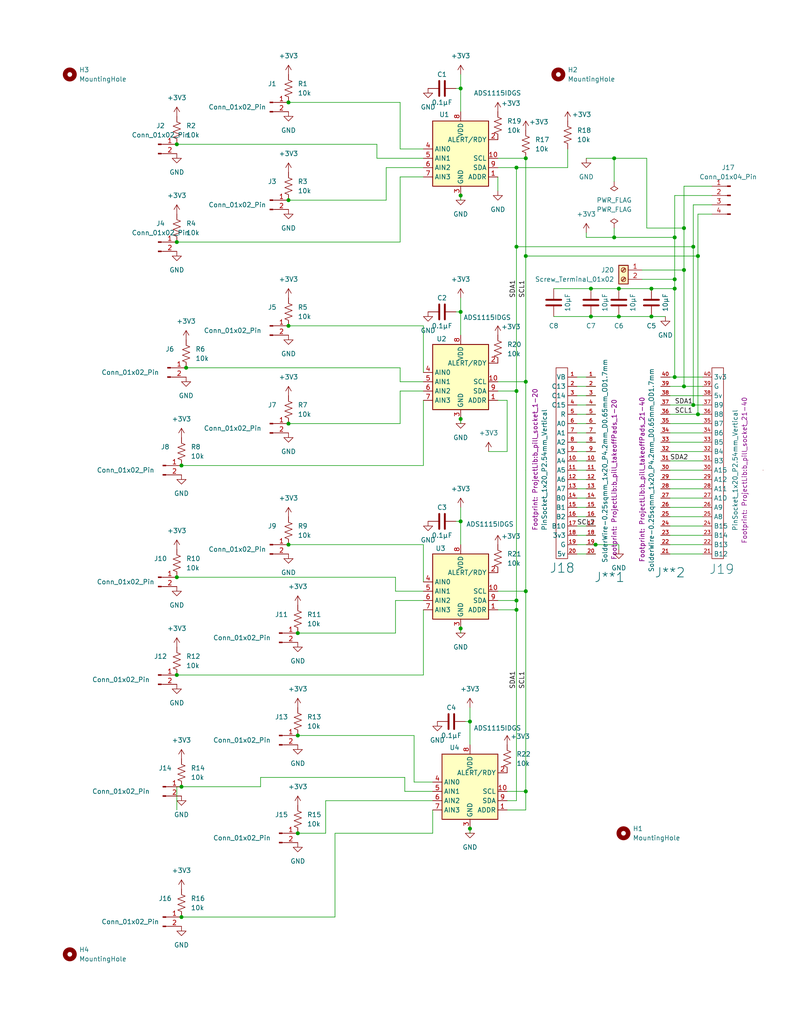
<source format=kicad_sch>
(kicad_sch (version 20231120) (generator "eeschema") (generator_version "8.0")
  (paper "A" portrait)
  (title_block (title "ADCs for 10K thermistors") (date "2023-08-29") (rev "v0.1.0"))
  (lib_symbols
    (symbol "+3V3_1" (power) (pin_numbers hide) (pin_names (offset 0) hide)
      (property "Value" "+3V3" (at 0 3.556 0))
      (symbol "+3V3_1_1_1"
        (pin power_in line (at 0 0 90) (length 0) (name "~") (number "1"))
      )
    )
    (symbol "C_1" (pin_numbers hide) (pin_names (offset 0.254))
      (property "Reference" "C" (at 0.635 2.54 0))
      (property "Value" "C" (at 0.635 -2.54 0))
      (symbol "C_1_1_1"
        (pin passive line (at 0 3.81 270) (length 2.794) (name "~") (number "1"))
        (pin passive line (at 0 -3.81 90) (length 2.794) (name "~") (number "2"))
      )
    )
    (symbol "C_2" (pin_numbers hide) (pin_names (offset 0.254))
      (property "Reference" "C" (at 0.635 2.54 0))
      (property "Value" "C" (at 0.635 -2.54 0))
      (symbol "C_2_1_1"
        (pin passive line (at 0 3.81 270) (length 2.794) (name "~") (number "1"))
        (pin passive line (at 0 -3.81 90) (length 2.794) (name "~") (number "2"))
      )
    )
    (symbol "C_3" (pin_numbers hide) (pin_names (offset 0.254))
      (property "Reference" "C" (at 0.635 2.54 0))
      (property "Value" "C" (at 0.635 -2.54 0))
      (symbol "C_3_1_1"
        (pin passive line (at 0 3.81 270) (length 2.794) (name "~") (number "1"))
        (pin passive line (at 0 -3.81 90) (length 2.794) (name "~") (number "2"))
      )
    )
    (symbol "C_4" (pin_numbers hide) (pin_names (offset 0.254))
      (property "Reference" "C" (at 0.635 2.54 0))
      (property "Value" "C" (at 0.635 -2.54 0))
      (symbol "C_4_1_1"
        (pin passive line (at 0 3.81 270) (length 2.794) (name "~") (number "1"))
        (pin passive line (at 0 -3.81 90) (length 2.794) (name "~") (number "2"))
      )
    )
    (symbol "ProjectLib:ADS1115IDGS"
      (property "Reference" "U" (at 2.54 13.97 0))
      (property "Value" "ADS1115IDGS" (at 7.62 11.43 0))
      (symbol "ADS1115IDGS_1_1"
        (pin input line (at 10.16 -5.08 180) (length 2.54) (name "ADDR") (number "1"))
        (pin input line (at 10.16 0 180) (length 2.54) (name "SCL") (number "10"))
        (pin output line (at 10.16 5.08 180) (length 2.54) (name "ALERT/RDY") (number "2"))
        (pin power_in line (at 0 -10.16 90) (length 2.54) (name "GND") (number "3"))
        (pin input line (at -10.16 2.54 0) (length 2.54) (name "AIN0") (number "4"))
        (pin input line (at -10.16 0 0) (length 2.54) (name "AIN1") (number "5"))
        (pin input line (at -10.16 -2.54 0) (length 2.54) (name "AIN2") (number "6"))
        (pin input line (at -10.16 -5.08 0) (length 2.54) (name "AIN3") (number "7"))
        (pin power_in line (at 0 12.7 270) (length 2.54) (name "VDD") (number "8"))
        (pin bidirectional line (at 10.16 -2.54 180) (length 2.54) (name "SDA") (number "9"))
      )
    )
    (symbol "ProjectLib:C" (pin_numbers hide) (pin_names (offset 0.254))
      (property "Reference" "C" (at 0.635 2.54 0))
      (property "Value" "C" (at 0.635 -2.54 0))
      (symbol "C_1_1"
        (pin passive line (at 0 3.81 270) (length 2.794) (name "~") (number "1"))
        (pin passive line (at 0 -3.81 90) (length 2.794) (name "~") (number "2"))
      )
    )
    (symbol "ProjectLib:Conn_01x02_Pin" (pin_names (offset 1.016) hide)
      (property "Reference" "J" (at 0 2.54 0))
      (property "Value" "Conn_01x02_Pin" (at 0 -5.08 0))
      (symbol "Conn_01x02_Pin_1_1"
        (pin passive line (at 5.08 0 180) (length 3.81) (name "Pin_1") (number "1"))
        (pin passive line (at 5.08 -2.54 180) (length 3.81) (name "Pin_2") (number "2"))
      )
    )
    (symbol "ProjectLib:Conn_01x04_Pin" (pin_names (offset 1.016) hide)
      (property "Reference" "J" (at 0 5.08 0))
      (property "Value" "Conn_01x04_Pin" (at 0 -7.62 0))
      (symbol "Conn_01x04_Pin_1_1"
        (pin passive line (at 5.08 2.54 180) (length 3.81) (name "Pin_1") (number "1"))
        (pin passive line (at 5.08 0 180) (length 3.81) (name "Pin_2") (number "2"))
        (pin passive line (at 5.08 -2.54 180) (length 3.81) (name "Pin_3") (number "3"))
        (pin passive line (at 5.08 -5.08 180) (length 3.81) (name "Pin_4") (number "4"))
      )
    )
    (symbol "ProjectLib:MountingHole" (pin_names (offset 1.016))
      (property "Reference" "H" (at 0 5.08 0))
      (property "Value" "MountingHole" (at 0 3.175 0))
    )
    (symbol "ProjectLib:R_US" (pin_numbers hide) (pin_names (offset 0))
      (property "Reference" "R" (at 2.54 0 90))
      (property "Value" "R_US" (at -2.54 0 90))
      (symbol "R_US_1_1"
        (pin passive line (at 0 3.81 270) (length 1.27) (name "~") (number "1"))
        (pin passive line (at 0 -3.81 90) (length 1.27) (name "~") (number "2"))
      )
    )
    (symbol "ProjectLib:Screw_Terminal_01x02" (pin_names (offset 1.016) hide)
      (property "Reference" "J" (at 0 2.54 0))
      (property "Value" "Screw_Terminal_01x02" (at 0 -5.08 0))
      (symbol "Screw_Terminal_01x02_1_1"
        (pin passive line (at -5.08 0 0) (length 3.81) (name "Pin_1") (number "1"))
        (pin passive line (at -5.08 -2.54 0) (length 3.81) (name "Pin_2") (number "2"))
      )
    )
    (symbol "ProjectLib:b_pill_1-20"
      (property "Reference" "J" (at -3.24 -27 0))
      (property "Value" "PinSocket_1x20_P2.54mm_Vertical" (at -8.24 0 90))
      (property "Footprint" "PG:b_pill_socket_1-20" (at -11.24 0 90) (show_name))
      (symbol "b_pill_1-20_1_1"
        (pin free line (at 0 25.4 180) (length 2.54) (name "VB") (number "1"))
        (pin free line (at 0 2.54 180) (length 2.54) (name "A4") (number "10"))
        (pin free line (at 0 0 180) (length 2.54) (name "A5") (number "11"))
        (pin free line (at 0 -2.54 180) (length 2.54) (name "A6") (number "12"))
        (pin free line (at 0 -5.08 180) (length 2.54) (name "A7") (number "13"))
        (pin free line (at 0 -7.62 180) (length 2.54) (name "B0") (number "14"))
        (pin free line (at 0 -10.16 180) (length 2.54) (name "B1") (number "15"))
        (pin free line (at 0 -12.7 180) (length 2.54) (name "B2") (number "16"))
        (pin free line (at 0 -15.24 180) (length 2.54) (name "B10") (number "17"))
        (pin free line (at 0 -17.78 180) (length 2.54) (name "3v3") (number "18"))
        (pin free line (at 0 -20.32 180) (length 2.54) (name "G") (number "19"))
        (pin free line (at 0 22.86 180) (length 2.54) (name "C13") (number "2"))
        (pin free line (at 0 -22.86 180) (length 2.54) (name "5v") (number "20"))
        (pin free line (at 0 20.32 180) (length 2.54) (name "C14") (number "3"))
        (pin free line (at 0 17.78 180) (length 2.54) (name "C15") (number "4"))
        (pin free line (at 0 15.24 180) (length 2.54) (name "R") (number "5"))
        (pin free line (at 0 12.7 180) (length 2.54) (name "A0") (number "6"))
        (pin free line (at 0 10.16 180) (length 2.54) (name "A1") (number "7"))
        (pin free line (at 0 7.62 180) (length 2.54) (name "A2") (number "8"))
        (pin free line (at 0 5.08 180) (length 2.54) (name "A3") (number "9"))
      )
    )
    (symbol "ProjectLib:b_pill_21-40"
      (property "Reference" "J" (at 10 -27 0))
      (property "Value" "PinSocket_1x20_P2.54mm_Vertical" (at 6.35 0 90))
      (property "Footprint" "PG:b_pill_socket_21-40" (at 2.54 0 90) (show_name))
      (symbol "b_pill_21-40_1_1"
        (pin free line (at 15.24 -22.86 180) (length 2.54) (name "B12") (number "21"))
        (pin free line (at 15.24 -20.32 180) (length 2.54) (name "B13") (number "22"))
        (pin free line (at 15.24 -17.78 180) (length 2.54) (name "B14") (number "23"))
        (pin free line (at 15.24 -15.24 180) (length 2.54) (name "B15") (number "24"))
        (pin free line (at 15.24 -12.7 180) (length 2.54) (name "A8") (number "25"))
        (pin free line (at 15.24 -10.16 180) (length 2.54) (name "A9") (number "26"))
        (pin free line (at 15.24 -7.62 180) (length 2.54) (name "A10") (number "27"))
        (pin free line (at 15.24 -5.08 180) (length 2.54) (name "A11") (number "28"))
        (pin free line (at 15.24 -2.54 180) (length 2.54) (name "A12") (number "29"))
        (pin free line (at 15.24 0 180) (length 2.54) (name "A15") (number "30"))
        (pin free line (at 15.24 2.54 180) (length 2.54) (name "B3") (number "31"))
        (pin free line (at 15.24 5.08 180) (length 2.54) (name "B4") (number "32"))
        (pin free line (at 15.24 7.62 180) (length 2.54) (name "B5") (number "33"))
        (pin free line (at 15.24 10.16 180) (length 2.54) (name "B6") (number "34"))
        (pin free line (at 15.24 12.7 180) (length 2.54) (name "B7") (number "35"))
        (pin passive line (at 15.24 15.24 180) (length 2.54) (name "B8") (number "36"))
        (pin passive line (at 15.24 17.78 180) (length 2.54) (name "B9") (number "37"))
        (pin free line (at 15.24 20.32 180) (length 2.54) (name "5v") (number "38"))
        (pin power_in line (at 15.24 22.86 180) (length 2.54) (name "G") (number "39"))
        (pin power_in line (at 15.24 25.4 180) (length 2.54) (name "3v3") (number "40"))
      )
    )
    (symbol "ProjectLib:b_pill_takeoff_1-20"
      (property "Reference" "J**" (at 0 -27.94 0))
      (property "Value" "SolderWire-0.25sqmm_1x20_P4.2mm_D0.65mm_OD1.7mm" (at 2.54 2.54 90))
      (property "Footprint" "PG:b_pill_takeoffPads_1-20" (at 5.08 0 90) (show_name))
      (symbol "b_pill_takeoff_1-20_1_1"
        (pin free line (at -2.54 25.4 0) (length 2.54) (name "") (number "1"))
        (pin free line (at -2.54 2.54 0) (length 2.54) (name "") (number "10"))
        (pin free line (at -2.54 0 0) (length 2.54) (name "") (number "11"))
        (pin free line (at -2.54 -2.54 0) (length 2.54) (name "") (number "12"))
        (pin free line (at -2.54 -5.08 0) (length 2.54) (name "") (number "13"))
        (pin free line (at -2.54 -7.62 0) (length 2.54) (name "") (number "14"))
        (pin free line (at -2.54 -10.16 0) (length 2.54) (name "") (number "15"))
        (pin free line (at -2.54 -12.7 0) (length 2.54) (name "") (number "16"))
        (pin free line (at -2.54 -15.24 0) (length 2.54) (name "") (number "17"))
        (pin free line (at -2.54 -17.78 0) (length 2.54) (name "") (number "18"))
        (pin free line (at -2.54 -20.32 0) (length 2.54) (name "") (number "19"))
        (pin free line (at -2.54 22.86 0) (length 2.54) (name "") (number "2"))
        (pin free line (at -2.54 -22.86 0) (length 2.54) (name "") (number "20"))
        (pin free line (at -2.54 20.32 0) (length 2.54) (name "") (number "3"))
        (pin free line (at -2.54 17.78 0) (length 2.54) (name "") (number "4"))
        (pin free line (at -2.54 15.24 0) (length 2.54) (name "") (number "5"))
        (pin free line (at -2.54 12.7 0) (length 2.54) (name "") (number "6"))
        (pin free line (at -2.54 10.16 0) (length 2.54) (name "") (number "7"))
        (pin free line (at -2.54 7.62 0) (length 2.54) (name "") (number "8"))
        (pin free line (at -2.54 5.08 0) (length 2.54) (name "") (number "9"))
      )
    )
    (symbol "ProjectLib:b_pill_takeoff_21-40"
      (property "Reference" "J**" (at 15.24 -27.94 0))
      (property "Value" "SolderWire-0.25sqmm_1x20_P4.2mm_D0.65mm_OD1.7mm" (at 10.16 0 90))
      (property "Footprint" "PG:b_pill_takeoffPads_21-40" (at 7.62 -2.54 90) (show_name))
      (symbol "b_pill_takeoff_21-40_1_1"
        (pin free line (at 15.24 -22.86 180) (length 2.54) (name "") (number "21"))
        (pin free line (at 15.24 -20.32 180) (length 2.54) (name "") (number "22"))
        (pin free line (at 15.24 -17.78 180) (length 2.54) (name "") (number "23"))
        (pin free line (at 15.24 -15.24 180) (length 2.54) (name "") (number "24"))
        (pin free line (at 15.24 -12.7 180) (length 2.54) (name "") (number "25"))
        (pin free line (at 15.24 -10.16 180) (length 2.54) (name "") (number "26"))
        (pin free line (at 15.24 -7.62 180) (length 2.54) (name "") (number "27"))
        (pin free line (at 15.24 -5.08 180) (length 2.54) (name "") (number "28"))
        (pin free line (at 15.24 -2.54 180) (length 2.54) (name "") (number "29"))
        (pin free line (at 15.24 0 180) (length 2.54) (name "") (number "30"))
        (pin free line (at 15.24 2.54 180) (length 2.54) (name "") (number "31"))
        (pin free line (at 15.24 5.08 180) (length 2.54) (name "") (number "32"))
        (pin free line (at 15.24 7.62 180) (length 2.54) (name "") (number "33"))
        (pin free line (at 15.24 10.16 180) (length 2.54) (name "") (number "34"))
        (pin free line (at 15.24 12.7 180) (length 2.54) (name "") (number "35"))
        (pin passive line (at 15.24 15.24 180) (length 2.54) (name "") (number "36"))
        (pin passive line (at 15.24 17.78 180) (length 2.54) (name "") (number "37"))
        (pin free line (at 15.24 20.32 180) (length 2.54) (name "") (number "38"))
        (pin power_in line (at 15.24 22.86 180) (length 2.54) (name "") (number "39"))
        (pin power_in line (at 15.24 25.4 180) (length 2.54) (name "") (number "40"))
      )
    )
    (symbol "power:+3V3" (power) (pin_names (offset 0))
      (property "Value" "+3V3" (at 0 3.556 0))
      (symbol "+3V3_1_1"
        (pin power_in line (at 0 0 90) (length 0) hide (name "+3V3") (number "1"))
      )
    )
    (symbol "power:GND" (power) (pin_names (offset 0))
      (property "Value" "GND" (at 0 -3.81 0))
      (symbol "GND_1_1"
        (pin power_in line (at 0 0 270) (length 0) hide (name "GND") (number "1"))
      )
    )
    (symbol "power:PWR_FLAG" (power) (pin_numbers hide) (pin_names (offset 0) hide)
      (property "Value" "PWR_FLAG" (at 0 3.81 0))
      (symbol "PWR_FLAG_0_0"
        (pin power_out line (at 0 0 90) (length 0) (name "pwr") (number "1"))
      )
    )
  )
  (junction (at 50.8 100.33))
  (junction (at 168.91 86.36))
  (junction (at 143.51 215.9))
  (junction (at 49.53 127))
  (junction (at 81.28 200.66))
  (junction (at 189.23 67.31))
  (junction (at 78.74 88.9))
  (junction (at 184.15 102.87))
  (junction (at 186.69 73.66))
  (junction (at 140.97 166.37))
  (junction (at 140.97 45.72))
  (junction (at 128.27 196.85))
  (junction (at 48.26 66.04))
  (junction (at 161.29 86.36))
  (junction (at 140.97 67.31))
  (junction (at 125.73 171.45))
  (junction (at 125.73 142.24))
  (junction (at 177.8 78.74))
  (junction (at 143.51 104.14))
  (junction (at 184.15 64.77))
  (junction (at 125.73 114.3))
  (junction (at 190.5 69.85))
  (junction (at 177.8 86.36))
  (junction (at 140.97 163.83))
  (junction (at 125.73 24.13))
  (junction (at 81.28 172.72))
  (junction (at 128.27 226.06))
  (junction (at 78.74 115.57))
  (junction (at 186.69 105.41))
  (junction (at 143.51 43.18))
  (junction (at 143.51 69.85))
  (junction (at 184.15 76.2))
  (junction (at 168.91 78.74))
  (junction (at 190.5 113.03))
  (junction (at 143.51 161.29))
  (junction (at 78.74 54.61))
  (junction (at 78.74 148.59))
  (junction (at 49.53 214.63))
  (junction (at 125.73 53.34))
  (junction (at 81.28 227.33))
  (junction (at 167.64 64.77))
  (junction (at 48.26 184.15))
  (junction (at 162.56 148.59))
  (junction (at 125.73 85.09))
  (junction (at 189.23 110.49))
  (junction (at 184.15 78.74))
  (junction (at 49.53 250.19))
  (junction (at 78.74 27.94))
  (junction (at 161.29 78.74))
  (junction (at 48.26 157.48))
  (junction (at 48.26 39.37))
  (junction (at 167.64 43.18))
  (junction (at 140.97 106.68))
  (junction (at 186.69 62.23))
  (wire (pts (xy 157.48 148.59) (xy 162.56 148.59)))
  (wire (pts (xy 182.88 102.87) (xy 184.15 102.87)))
  (wire (pts (xy 91.44 227.33) (xy 118.11 227.33)))
  (wire (pts (xy 125.73 138.43) (xy 125.73 142.24)))
  (wire (pts (xy 176.53 62.23) (xy 186.69 62.23)))
  (wire (pts (xy 102.87 43.18) (xy 115.57 43.18)))
  (wire (pts (xy 157.48 130.81) (xy 162.56 130.81)))
  (wire (pts (xy 115.57 184.15) (xy 115.57 166.37)))
  (wire (pts (xy 71.12 214.63) (xy 71.12 212.09)))
  (wire (pts (xy 177.8 78.74) (xy 184.15 78.74)))
  (wire (pts (xy 88.9 227.33) (xy 88.9 218.44)))
  (wire (pts (xy 189.23 55.88) (xy 194.31 55.88)))
  (wire (pts (xy 125.73 24.13) (xy 124.46 24.13)))
  (wire (pts (xy 182.88 138.43) (xy 191.77 138.43)))
  (wire (pts (xy 48.26 214.63) (xy 48.26 220.98)))
  (wire (pts (xy 140.97 163.83) (xy 135.89 163.83)))
  (wire (pts (xy 160.02 43.18) (xy 167.64 43.18)))
  (wire (pts (xy 157.48 138.43) (xy 162.56 138.43)))
  (wire (pts (xy 125.73 20.32) (xy 125.73 24.13)))
  (wire (pts (xy 125.73 24.13) (xy 125.73 30.48)))
  (wire (pts (xy 143.51 69.85) (xy 190.5 69.85)))
  (wire (pts (xy 135.89 45.72) (xy 140.97 45.72)))
  (wire (pts (xy 48.26 184.15) (xy 115.57 184.15)))
  (wire (pts (xy 182.88 148.59) (xy 191.77 148.59)))
  (wire (pts (xy 168.91 148.59) (xy 168.91 149.86)))
  (wire (pts (xy 157.48 128.27) (xy 162.56 128.27)))
  (wire (pts (xy 184.15 53.34) (xy 194.31 53.34)))
  (wire (pts (xy 140.97 166.37) (xy 140.97 218.44)))
  (wire (pts (xy 109.22 48.26) (xy 115.57 48.26)))
  (wire (pts (xy 125.73 115.57) (xy 125.73 114.3)))
  (wire (pts (xy 143.51 104.14) (xy 143.51 161.29)))
  (wire (pts (xy 184.15 76.2) (xy 184.15 64.77)))
  (wire (pts (xy 162.56 148.59) (xy 168.91 148.59)))
  (wire (pts (xy 48.26 39.37) (xy 102.87 39.37)))
  (wire (pts (xy 78.74 54.61) (xy 105.41 54.61)))
  (wire (pts (xy 184.15 76.2) (xy 184.15 78.74)))
  (wire (pts (xy 157.48 133.35) (xy 162.56 133.35)))
  (wire (pts (xy 157.48 146.05) (xy 162.56 146.05)))
  (wire (pts (xy 125.73 172.72) (xy 125.73 171.45)))
  (wire (pts (xy 78.74 115.57) (xy 109.22 115.57)))
  (wire (pts (xy 157.48 123.19) (xy 162.56 123.19)))
  (wire (pts (xy 48.26 66.04) (xy 109.22 66.04)))
  (wire (pts (xy 102.87 43.18) (xy 102.87 39.37)))
  (wire (pts (xy 186.69 73.66) (xy 186.69 62.23)))
  (wire (pts (xy 186.69 105.41) (xy 191.77 105.41)))
  (wire (pts (xy 125.73 142.24) (xy 125.73 148.59)))
  (wire (pts (xy 135.89 109.22) (xy 138.43 109.22)))
  (wire (pts (xy 184.15 53.34) (xy 184.15 64.77)))
  (wire (pts (xy 105.41 54.61) (xy 105.41 45.72)))
  (wire (pts (xy 49.53 250.19) (xy 91.44 250.19)))
  (wire (pts (xy 167.64 43.18) (xy 167.64 49.53)))
  (wire (pts (xy 133.35 123.19) (xy 138.43 123.19)))
  (wire (pts (xy 157.48 143.51) (xy 162.56 143.51)))
  (wire (pts (xy 48.26 214.63) (xy 49.53 214.63)))
  (wire (pts (xy 140.97 218.44) (xy 138.43 218.44)))
  (wire (pts (xy 151.13 86.36) (xy 161.29 86.36)))
  (wire (pts (xy 177.8 86.36) (xy 181.61 86.36)))
  (wire (pts (xy 143.51 215.9) (xy 143.51 220.98)))
  (wire (pts (xy 190.5 58.42) (xy 194.31 58.42)))
  (wire (pts (xy 140.97 106.68) (xy 140.97 163.83)))
  (wire (pts (xy 182.88 151.13) (xy 191.77 151.13)))
  (wire (pts (xy 109.22 40.64) (xy 115.57 40.64)))
  (wire (pts (xy 107.95 157.48) (xy 107.95 161.29)))
  (wire (pts (xy 143.51 161.29) (xy 135.89 161.29)))
  (wire (pts (xy 91.44 250.19) (xy 91.44 227.33)))
  (wire (pts (xy 109.22 106.68) (xy 115.57 106.68)))
  (wire (pts (xy 182.88 130.81) (xy 191.77 130.81)))
  (wire (pts (xy 157.48 102.87) (xy 162.56 102.87)))
  (wire (pts (xy 143.51 43.18) (xy 143.51 69.85)))
  (wire (pts (xy 182.88 105.41) (xy 186.69 105.41)))
  (wire (pts (xy 151.13 78.74) (xy 161.29 78.74)))
  (wire (pts (xy 154.94 40.64) (xy 154.94 45.72)))
  (wire (pts (xy 182.88 123.19) (xy 191.77 123.19)))
  (wire (pts (xy 71.12 212.09) (xy 110.49 212.09)))
  (wire (pts (xy 182.88 135.89) (xy 191.77 135.89)))
  (wire (pts (xy 190.5 113.03) (xy 191.77 113.03)))
  (wire (pts (xy 182.88 125.73) (xy 191.77 125.73)))
  (wire (pts (xy 157.48 107.95) (xy 162.56 107.95)))
  (wire (pts (xy 182.88 107.95) (xy 191.77 107.95)))
  (wire (pts (xy 105.41 45.72) (xy 115.57 45.72)))
  (wire (pts (xy 118.11 213.36) (xy 113.03 213.36)))
  (wire (pts (xy 135.89 43.18) (xy 143.51 43.18)))
  (wire (pts (xy 140.97 106.68) (xy 135.89 106.68)))
  (wire (pts (xy 115.57 109.22) (xy 115.57 127)))
  (wire (pts (xy 157.48 118.11) (xy 162.56 118.11)))
  (wire (pts (xy 140.97 45.72) (xy 140.97 67.31)))
  (wire (pts (xy 81.28 200.66) (xy 113.03 200.66)))
  (wire (pts (xy 186.69 50.8) (xy 194.31 50.8)))
  (wire (pts (xy 182.88 113.03) (xy 190.5 113.03)))
  (wire (pts (xy 160.02 63.5) (xy 160.02 64.77)))
  (wire (pts (xy 175.26 73.66) (xy 186.69 73.66)))
  (wire (pts (xy 78.74 148.59) (xy 115.57 148.59)))
  (wire (pts (xy 140.97 67.31) (xy 140.97 106.68)))
  (wire (pts (xy 135.89 166.37) (xy 140.97 166.37)))
  (wire (pts (xy 189.23 110.49) (xy 182.88 110.49)))
  (wire (pts (xy 182.88 133.35) (xy 191.77 133.35)))
  (wire (pts (xy 49.53 127) (xy 115.57 127)))
  (wire (pts (xy 157.48 110.49) (xy 162.56 110.49)))
  (wire (pts (xy 125.73 85.09) (xy 124.46 85.09)))
  (wire (pts (xy 161.29 78.74) (xy 168.91 78.74)))
  (wire (pts (xy 157.48 140.97) (xy 162.56 140.97)))
  (wire (pts (xy 125.73 85.09) (xy 125.73 91.44)))
  (wire (pts (xy 128.27 193.04) (xy 128.27 196.85)))
  (wire (pts (xy 189.23 67.31) (xy 189.23 110.49)))
  (wire (pts (xy 182.88 146.05) (xy 191.77 146.05)))
  (wire (pts (xy 110.49 212.09) (xy 110.49 215.9)))
  (wire (pts (xy 157.48 105.41) (xy 162.56 105.41)))
  (wire (pts (xy 125.73 81.28) (xy 125.73 85.09)))
  (wire (pts (xy 115.57 148.59) (xy 115.57 158.75)))
  (wire (pts (xy 113.03 213.36) (xy 113.03 200.66)))
  (wire (pts (xy 161.29 86.36) (xy 168.91 86.36)))
  (wire (pts (xy 190.5 58.42) (xy 190.5 69.85)))
  (wire (pts (xy 184.15 78.74) (xy 184.15 102.87)))
  (wire (pts (xy 88.9 218.44) (xy 118.11 218.44)))
  (wire (pts (xy 157.48 120.65) (xy 162.56 120.65)))
  (wire (pts (xy 109.22 100.33) (xy 109.22 104.14)))
  (wire (pts (xy 128.27 227.33) (xy 128.27 226.06)))
  (wire (pts (xy 109.22 27.94) (xy 109.22 40.64)))
  (wire (pts (xy 157.48 135.89) (xy 162.56 135.89)))
  (wire (pts (xy 154.94 45.72) (xy 140.97 45.72)))
  (wire (pts (xy 107.95 163.83) (xy 115.57 163.83)))
  (wire (pts (xy 128.27 196.85) (xy 127 196.85)))
  (wire (pts (xy 167.64 43.18) (xy 176.53 43.18)))
  (wire (pts (xy 135.89 48.26) (xy 135.89 52.07)))
  (wire (pts (xy 109.22 104.14) (xy 115.57 104.14)))
  (wire (pts (xy 182.88 115.57) (xy 191.77 115.57)))
  (wire (pts (xy 175.26 76.2) (xy 184.15 76.2)))
  (wire (pts (xy 143.51 69.85) (xy 143.51 104.14)))
  (wire (pts (xy 140.97 163.83) (xy 140.97 166.37)))
  (wire (pts (xy 140.97 67.31) (xy 189.23 67.31)))
  (wire (pts (xy 157.48 151.13) (xy 162.56 151.13)))
  (wire (pts (xy 49.53 214.63) (xy 71.12 214.63)))
  (wire (pts (xy 182.88 118.11) (xy 191.77 118.11)))
  (wire (pts (xy 81.28 227.33) (xy 88.9 227.33)))
  (wire (pts (xy 107.95 172.72) (xy 107.95 163.83)))
  (wire (pts (xy 182.88 140.97) (xy 191.77 140.97)))
  (wire (pts (xy 186.69 50.8) (xy 186.69 62.23)))
  (wire (pts (xy 115.57 101.6) (xy 115.57 88.9)))
  (wire (pts (xy 182.88 143.51) (xy 191.77 143.51)))
  (wire (pts (xy 176.53 43.18) (xy 176.53 62.23)))
  (wire (pts (xy 78.74 27.94) (xy 109.22 27.94)))
  (wire (pts (xy 184.15 102.87) (xy 191.77 102.87)))
  (wire (pts (xy 182.88 128.27) (xy 191.77 128.27)))
  (wire (pts (xy 143.51 161.29) (xy 143.51 215.9)))
  (wire (pts (xy 109.22 66.04) (xy 109.22 48.26)))
  (wire (pts (xy 125.73 54.61) (xy 125.73 53.34)))
  (wire (pts (xy 160.02 64.77) (xy 167.64 64.77)))
  (wire (pts (xy 138.43 109.22) (xy 138.43 123.19)))
  (wire (pts (xy 48.26 157.48) (xy 107.95 157.48)))
  (wire (pts (xy 168.91 86.36) (xy 177.8 86.36)))
  (wire (pts (xy 118.11 227.33) (xy 118.11 220.98)))
  (wire (pts (xy 190.5 113.03) (xy 190.5 69.85)))
  (wire (pts (xy 157.48 115.57) (xy 162.56 115.57)))
  (wire (pts (xy 189.23 55.88) (xy 189.23 67.31)))
  (wire (pts (xy 168.91 78.74) (xy 177.8 78.74)))
  (wire (pts (xy 157.48 125.73) (xy 162.56 125.73)))
  (wire (pts (xy 167.64 64.77) (xy 184.15 64.77)))
  (wire (pts (xy 143.51 220.98) (xy 138.43 220.98)))
  (wire (pts (xy 167.64 62.23) (xy 167.64 64.77)))
  (wire (pts (xy 128.27 196.85) (xy 128.27 203.2)))
  (wire (pts (xy 157.48 113.03) (xy 162.56 113.03)))
  (wire (pts (xy 109.22 115.57) (xy 109.22 106.68)))
  (wire (pts (xy 81.28 172.72) (xy 107.95 172.72)))
  (wire (pts (xy 125.73 142.24) (xy 124.46 142.24)))
  (wire (pts (xy 189.23 110.49) (xy 191.77 110.49)))
  (wire (pts (xy 186.69 73.66) (xy 186.69 105.41)))
  (wire (pts (xy 50.8 100.33) (xy 109.22 100.33)))
  (wire (pts (xy 143.51 104.14) (xy 135.89 104.14)))
  (wire (pts (xy 182.88 120.65) (xy 191.77 120.65)))
  (wire (pts (xy 78.74 88.9) (xy 115.57 88.9)))
  (wire (pts (xy 110.49 215.9) (xy 118.11 215.9)))
  (wire (pts (xy 138.43 215.9) (xy 143.51 215.9)))
  (wire (pts (xy 107.95 161.29) (xy 115.57 161.29)))
  (label "SCL2" (at 157.48 143.51 0))
  (label "SCL1" (at 143.51 187.96 90))
  (label "SDA1" (at 184.15 110.49 0))
  (label "SDA2" (at 182.88 125.73 0))
  (label "SDA1" (at 140.97 187.96 90))
  (label "SCL1" (at 184.15 113.03 0))
  (label "SCL1" (at 143.51 81.28 90))
  (label "SDA1" (at 140.97 81.28 90))
  (symbol (lib_id "power:GND") (at 48.26 68.58 0) (unit 1)
    (property "Reference" "#PWR010" (effects (hide yes)))
    (property "Value" "GND" (at 48.26 73.66 0))
  )
  (symbol (lib_id "ProjectLib:b_pill_21-40") (at 207.01 128.27 0) (mirror y) (unit 1)
    (property "Reference" "J19" (at 197.01 155.27 0) (effects (font (size 2.54 2.54))))
    (property "Value" "PinSocket_1x20_P2.54mm_Vertical" (at 200.66 128.27 90))
    (property "Footprint" "ProjectLib:b_pill_socket_21-40" (at 203.2 128.27 90) (show_name yes))
  )
  (symbol (lib_name "C_2") (lib_id "ProjectLib:C") (at 120.65 85.09 270) (mirror x) (unit 1)
    (property "Reference" "C2" (at 120.65 81.28 90))
    (property "Value" "0.1µF" (at 120.65 88.9 90))
    (property "Footprint" "ProjectLib:C_0805_2012Metric" (effects (hide yes)))
    (property "Description" "Unpolarized capacitor" (effects (hide yes)))
  )
  (symbol (lib_id "ProjectLib:Conn_01x02_Pin") (at 76.2 227.33 0) (unit 1)
    (property "Reference" "J15" (at 76.835 222.25 0))
    (property "Value" "Conn_01x02_Pin" (at 66.04 228.6 0))
    (property "Footprint" "ProjectLib:JST_XH_B2B-XH-A_1x02_P2.50mm_Vertical" (effects (hide yes)))
    (property "Description" "Generic connector, single row, 01x02, script generated" (effects (hide yes)))
  )
  (symbol (lib_id "ProjectLib:ADS1115IDGS") (at 125.73 43.18 0) (unit 1)
    (property "Reference" "U1" (at 119.888 31.242 0) (effects (justify left)))
    (property "Value" "ADS1115IDGS" (at 129.286 25.4 0) (effects (justify left)))
    (property "Footprint" "ProjectLib:TSSOP-10_3x3mm_P0.5mm" (effects (hide yes)))
    (property "Datasheet" "http://www.ti.com/lit/ds/symlink/ads1113.pdf" (effects (hide yes)))
    (property "Description" "Ultra-Small, Low-Power, I2C-Compatible, 860-SPS, 16-Bit ADCs With Internal Reference, Oscillator, and Programmable Comparator, VSSOP-10" (effects (hide yes)))
  )
  (symbol (lib_id "power:+3V3") (at 125.73 138.43 0) (unit 1)
    (property "Reference" "#PWR046" (effects (hide yes)))
    (property "Value" "+3V3" (at 125.73 133.35 0))
  )
  (symbol (lib_id "ProjectLib:R_US") (at 135.89 95.25 0) (unit 1)
    (property "Reference" "R20" (at 138.43 93.9799 0) (effects (justify left)))
    (property "Value" "10k" (at 138.43 96.5199 0) (effects (justify left)))
    (property "Footprint" "ProjectLib:R_0603_1608Metric" (effects (hide yes)))
    (property "Description" "Resistor, US symbol" (effects (hide yes)))
  )
  (symbol (lib_id "ProjectLib:Conn_01x02_Pin") (at 44.45 250.19 0) (unit 1)
    (property "Reference" "J16" (at 45.085 245.11 0))
    (property "Value" "Conn_01x02_Pin" (at 35.56 251.46 0))
    (property "Footprint" "ProjectLib:JST_XH_B2B-XH-A_1x02_P2.50mm_Vertical" (effects (hide yes)))
    (property "Description" "Generic connector, single row, 01x02, script generated" (effects (hide yes)))
  )
  (symbol (lib_id "ProjectLib:b_pill_1-20") (at 157.48 128.27 0) (unit 1)
    (property "Reference" "J18" (at 149.86 154.94 0) (effects (font (size 2.54 2.54)) (justify left)))
    (property "Value" "PinSocket_1x20_P2.54mm_Vertical" (at 148.59 144.78 90) (effects (justify left)))
    (property "Footprint" "ProjectLib:b_pill_socket_1-20" (at 146.05 144.78 90) (show_name yes) (effects (justify left)))
  )
  (symbol (lib_name "+3V3_1") (lib_id "power:+3V3") (at 135.89 148.59 0) (unit 1)
    (property "Reference" "#PWR056" (effects (hide yes)))
    (property "Value" "+3V3" (at 139.446 146.304 0))
    (property "Description" "Power symbol creates a global label with name \"+3V3\"" (effects (hide yes)))
  )
  (symbol (lib_id "power:GND") (at 81.28 229.87 0) (unit 1)
    (property "Reference" "#PWR036" (effects (hide yes)))
    (property "Value" "GND" (at 81.28 234.95 0))
  )
  (symbol (lib_id "power:+3V3") (at 125.73 81.28 0) (unit 1)
    (property "Reference" "#PWR029" (effects (hide yes)))
    (property "Value" "+3V3" (at 125.73 76.2 0))
  )
  (symbol (lib_id "ProjectLib:Conn_01x02_Pin") (at 43.18 184.15 0) (unit 1)
    (property "Reference" "J12" (at 43.815 179.07 0))
    (property "Value" "Conn_01x02_Pin" (at 33.02 185.42 0))
    (property "Footprint" "ProjectLib:JST_XH_B2B-XH-A_1x02_P2.50mm_Vertical" (effects (hide yes)))
    (property "Description" "Generic connector, single row, 01x02, script generated" (effects (hide yes)))
  )
  (symbol (lib_id "ProjectLib:R_US") (at 143.51 39.37 0) (unit 1)
    (property "Reference" "R17" (at 146.05 38.0999 0) (effects (justify left)))
    (property "Value" "10k" (at 146.05 40.6399 0) (effects (justify left)))
    (property "Footprint" "ProjectLib:R_0603_1608Metric" (effects (hide yes)))
    (property "Description" "Resistor, US symbol" (effects (hide yes)))
  )
  (symbol (lib_id "power:+3V3") (at 48.26 31.75 0) (unit 1)
    (property "Reference" "#PWR05" (effects (hide yes)))
    (property "Value" "+3V3" (at 48.26 26.67 0))
  )
  (symbol (lib_id "ProjectLib:C") (at 168.91 82.55 0) (mirror y) (unit 1)
    (property "Reference" "C6" (at 168.91 88.9 0))
    (property "Value" "10µF" (at 172.72 82.55 90))
    (property "Footprint" "ProjectLib:C_0805_2012Metric" (effects (hide yes)))
    (property "Description" "Unpolarized capacitor" (effects (hide yes)))
  )
  (symbol (lib_id "power:GND") (at 125.73 114.3 0) (unit 1)
    (property "Reference" "#PWR020" (effects (hide yes)))
    (property "Value" "GND" (at 125.73 119.38 0))
  )
  (symbol (lib_id "ProjectLib:Conn_01x02_Pin") (at 76.2 172.72 0) (unit 1)
    (property "Reference" "J11" (at 76.835 167.64 0))
    (property "Value" "Conn_01x02_Pin" (at 66.04 173.99 0))
    (property "Footprint" "ProjectLib:JST_XH_B2B-XH-A_1x02_P2.50mm_Vertical" (effects (hide yes)))
    (property "Description" "Generic connector, single row, 01x02, script generated" (effects (hide yes)))
  )
  (symbol (lib_id "ProjectLib:R_US") (at 135.89 152.4 0) (unit 1)
    (property "Reference" "R21" (at 138.43 151.1299 0) (effects (justify left)))
    (property "Value" "10k" (at 138.43 153.6699 0) (effects (justify left)))
    (property "Footprint" "ProjectLib:R_0603_1608Metric" (effects (hide yes)))
    (property "Description" "Resistor, US symbol" (effects (hide yes)))
  )
  (symbol (lib_id "power:+3V3") (at 49.53 119.38 0) (unit 1)
    (property "Reference" "#PWR017" (effects (hide yes)))
    (property "Value" "+3V3" (at 49.53 114.3 0))
  )
  (symbol (lib_id "ProjectLib:R_US") (at 81.28 196.85 0) (unit 1)
    (property "Reference" "R13" (at 83.82 195.58 0) (effects (justify left)))
    (property "Value" "10k" (at 83.82 198.12 0) (effects (justify left)))
    (property "Footprint" "ProjectLib:R_0603_1608Metric" (effects (hide yes)))
    (property "Description" "Resistor, US symbol" (effects (hide yes)))
  )
  (symbol (lib_id "power:+3V3") (at 128.27 193.04 0) (unit 1)
    (property "Reference" "#PWR048" (effects (hide yes)))
    (property "Value" "+3V3" (at 128.27 187.96 0))
  )
  (symbol (lib_id "ProjectLib:Conn_01x02_Pin") (at 44.45 214.63 0) (unit 1)
    (property "Reference" "J14" (at 45.085 209.55 0))
    (property "Value" "Conn_01x02_Pin" (at 33.02 215.9 0))
    (property "Footprint" "ProjectLib:JST_XH_B2B-XH-A_1x02_P2.50mm_Vertical" (effects (hide yes)))
    (property "Description" "Generic connector, single row, 01x02, script generated" (effects (hide yes)))
  )
  (symbol (lib_id "power:+3V3") (at 48.26 58.42 0) (unit 1)
    (property "Reference" "#PWR09" (effects (hide yes)))
    (property "Value" "+3V3" (at 48.26 53.34 0))
  )
  (symbol (lib_id "ProjectLib:R_US") (at 48.26 153.67 0) (unit 1)
    (property "Reference" "R10" (at 50.8 152.4 0) (effects (justify left)))
    (property "Value" "10k" (at 50.8 154.94 0) (effects (justify left)))
    (property "Footprint" "ProjectLib:R_0603_1608Metric" (effects (hide yes)))
    (property "Description" "Resistor, US symbol" (effects (hide yes)))
  )
  (symbol (lib_id "power:GND") (at 49.53 252.73 0) (unit 1)
    (property "Reference" "#PWR038" (effects (hide yes)))
    (property "Value" "GND" (at 49.53 257.81 0))
  )
  (symbol (lib_id "power:+3V3") (at 78.74 107.95 0) (unit 1)
    (property "Reference" "#PWR015" (effects (hide yes)))
    (property "Value" "+3V3" (at 78.74 102.87 0))
  )
  (symbol (lib_id "ProjectLib:Conn_01x02_Pin") (at 44.45 127 0) (unit 1)
    (property "Reference" "J8" (at 45.085 121.92 0))
    (property "Value" "Conn_01x02_Pin" (at 34.29 128.27 0))
    (property "Footprint" "ProjectLib:JST_XH_B2B-XH-A_1x02_P2.50mm_Vertical" (effects (hide yes)))
    (property "Description" "Generic connector, single row, 01x02, script generated" (effects (hide yes)))
  )
  (symbol (lib_id "ProjectLib:Conn_01x02_Pin") (at 73.66 148.59 0) (unit 1)
    (property "Reference" "J9" (at 74.295 143.51 0))
    (property "Value" "Conn_01x02_Pin" (at 64.77 149.86 0))
    (property "Footprint" "ProjectLib:JST_XH_B2B-XH-A_1x02_P2.50mm_Vertical" (effects (hide yes)))
    (property "Description" "Generic connector, single row, 01x02, script generated" (effects (hide yes)))
  )
  (symbol (lib_id "power:GND") (at 181.61 86.36 0) (unit 1)
    (property "Reference" "#PWR050" (effects (hide yes)))
    (property "Value" "GND" (at 181.61 91.44 0))
  )
  (symbol (lib_id "power:+3V3") (at 160.02 63.5 0) (unit 1)
    (property "Reference" "#PWR042" (effects (hide yes)))
    (property "Value" "+3V3" (at 160.02 58.42 0))
  )
  (symbol (lib_name "+3V3_1") (lib_id "power:+3V3") (at 143.51 35.56 0) (unit 1)
    (property "Reference" "#PWR052" (effects (hide yes)))
    (property "Value" "+3V3" (at 147.066 33.274 0))
    (property "Description" "Power symbol creates a global label with name \"+3V3\"" (effects (hide yes)))
  )
  (symbol (lib_id "power:GND") (at 160.02 43.18 0) (unit 1)
    (property "Reference" "#PWR041" (effects (hide yes)))
    (property "Value" "GND" (at 160.02 48.26 0))
  )
  (symbol (lib_id "power:+3V3") (at 81.28 219.71 0) (unit 1)
    (property "Reference" "#PWR035" (effects (hide yes)))
    (property "Value" "+3V3" (at 81.28 214.63 0))
  )
  (symbol (lib_id "ProjectLib:R_US") (at 78.74 50.8 0) (unit 1)
    (property "Reference" "R3" (at 81.28 49.53 0) (effects (justify left)))
    (property "Value" "10k" (at 81.28 52.07 0) (effects (justify left)))
    (property "Footprint" "ProjectLib:R_0603_1608Metric" (effects (hide yes)))
    (property "Description" "Resistor, US symbol" (effects (hide yes)))
  )
  (symbol (lib_id "ProjectLib:R_US") (at 138.43 207.01 0) (unit 1)
    (property "Reference" "R22" (at 140.97 205.7399 0) (effects (justify left)))
    (property "Value" "10k" (at 140.97 208.2799 0) (effects (justify left)))
    (property "Footprint" "ProjectLib:R_0603_1608Metric" (effects (hide yes)))
    (property "Description" "Resistor, US symbol" (effects (hide yes)))
  )
  (symbol (lib_id "power:GND") (at 78.74 57.15 0) (unit 1)
    (property "Reference" "#PWR08" (effects (hide yes)))
    (property "Value" "GND" (at 78.74 62.23 0))
  )
  (symbol (lib_id "power:GND") (at 78.74 91.44 0) (unit 1)
    (property "Reference" "#PWR012" (effects (hide yes)))
    (property "Value" "GND" (at 78.74 96.52 0))
  )
  (symbol (lib_id "ProjectLib:MountingHole") (at 19.05 20.32 0) (unit 1)
    (property "Reference" "H3" (at 21.59 19.05 0) (effects (justify left)))
    (property "Value" "MountingHole" (at 21.59 21.59 0) (effects (justify left)))
    (property "Footprint" "ProjectLib:MountingHole_2.2mm_M2_ISO7380_Pad" (effects (hide yes)))
  )
  (symbol (lib_id "ProjectLib:Conn_01x02_Pin") (at 43.18 39.37 0) (unit 1)
    (property "Reference" "J2" (at 43.815 34.29 0))
    (property "Value" "Conn_01x02_Pin" (at 43.815 36.83 0))
    (property "Footprint" "ProjectLib:JST_XH_B2B-XH-A_1x02_P2.50mm_Vertical" (effects (hide yes)))
    (property "Description" "Generic connector, single row, 01x02, script generated" (effects (hide yes)))
  )
  (symbol (lib_id "power:+3V3") (at 133.35 123.19 0) (unit 1)
    (property "Reference" "#PWR043" (effects (hide yes)))
    (property "Value" "+3V3" (at 133.35 118.11 0))
  )
  (symbol (lib_id "ProjectLib:R_US") (at 81.28 223.52 0) (unit 1)
    (property "Reference" "R15" (at 83.82 222.25 0) (effects (justify left)))
    (property "Value" "10k" (at 83.82 224.79 0) (effects (justify left)))
    (property "Footprint" "ProjectLib:R_0603_1608Metric" (effects (hide yes)))
    (property "Description" "Resistor, US symbol" (effects (hide yes)))
  )
  (symbol (lib_name "C_1") (lib_id "ProjectLib:C") (at 120.65 24.13 270) (mirror x) (unit 1)
    (property "Reference" "C1" (at 120.65 20.32 90))
    (property "Value" "0.1µF" (at 120.65 27.94 90))
    (property "Footprint" "ProjectLib:C_0805_2012Metric" (effects (hide yes)))
    (property "Description" "Unpolarized capacitor" (effects (hide yes)))
  )
  (symbol (lib_id "ProjectLib:b_pill_takeoff_1-20") (at 160.02 128.27 0) (mirror y) (unit 1)
    (property "Reference" "J**1" (at 166.37 157.48 0) (effects (font (size 2.54 2.54))))
    (property "Value" "SolderWire-0.25sqmm_1x20_P4.2mm_D0.65mm_OD1.7mm" (at 165.1 125.73 90))
    (property "Footprint" "ProjectLib:b_pill_takeoffPads_1-20" (at 167.64 130.81 90) (show_name yes))
  )
  (symbol (lib_id "ProjectLib:MountingHole") (at 19.05 260.35 0) (unit 1)
    (property "Reference" "H4" (at 21.59 259.08 0) (effects (justify left)))
    (property "Value" "MountingHole" (at 21.59 261.62 0) (effects (justify left)))
    (property "Footprint" "ProjectLib:MountingHole_2.2mm_M2_ISO7380_Pad" (effects (hide yes)))
  )
  (symbol (lib_id "power:+3V3") (at 78.74 140.97 0) (unit 1)
    (property "Reference" "#PWR021" (effects (hide yes)))
    (property "Value" "+3V3" (at 78.74 135.89 0))
  )
  (symbol (lib_id "ProjectLib:Conn_01x02_Pin") (at 43.18 157.48 0) (unit 1)
    (property "Reference" "J10" (at 43.815 152.4 0))
    (property "Value" "Conn_01x02_Pin" (at 34.29 158.75 0))
    (property "Footprint" "ProjectLib:JST_XH_B2B-XH-A_1x02_P2.50mm_Vertical" (effects (hide yes)))
    (property "Description" "Generic connector, single row, 01x02, script generated" (effects (hide yes)))
  )
  (symbol (lib_id "power:GND") (at 125.73 53.34 0) (unit 1)
    (property "Reference" "#PWR03" (effects (hide yes)))
    (property "Value" "GND" (at 125.73 58.42 0))
  )
  (symbol (lib_id "ProjectLib:R_US") (at 78.74 111.76 0) (unit 1)
    (property "Reference" "R7" (at 81.28 110.49 0) (effects (justify left)))
    (property "Value" "10k" (at 81.28 113.03 0) (effects (justify left)))
    (property "Footprint" "ProjectLib:R_0603_1608Metric" (effects (hide yes)))
    (property "Description" "Resistor, US symbol" (effects (hide yes)))
  )
  (symbol (lib_id "ProjectLib:R_US") (at 78.74 144.78 0) (unit 1)
    (property "Reference" "R9" (at 81.28 143.51 0) (effects (justify left)))
    (property "Value" "10k" (at 81.28 146.05 0) (effects (justify left)))
    (property "Footprint" "ProjectLib:R_0603_1608Metric" (effects (hide yes)))
    (property "Description" "Resistor, US symbol" (effects (hide yes)))
  )
  (symbol (lib_id "power:+3V3") (at 78.74 20.32 0) (unit 1)
    (property "Reference" "#PWR01" (effects (hide yes)))
    (property "Value" "+3V3" (at 78.74 15.24 0))
  )
  (symbol (lib_id "ProjectLib:R_US") (at 135.89 34.29 0) (unit 1)
    (property "Reference" "R19" (at 138.43 33.0199 0) (effects (justify left)))
    (property "Value" "10k" (at 138.43 35.5599 0) (effects (justify left)))
    (property "Footprint" "ProjectLib:R_0603_1608Metric" (effects (hide yes)))
    (property "Description" "Resistor, US symbol" (effects (hide yes)))
  )
  (symbol (lib_id "ProjectLib:C") (at 161.29 82.55 0) (mirror y) (unit 1)
    (property "Reference" "C7" (at 161.29 88.9 0))
    (property "Value" "10µF" (at 165.1 82.55 90))
    (property "Footprint" "ProjectLib:C_0805_2012Metric" (effects (hide yes)))
    (property "Description" "Unpolarized capacitor" (effects (hide yes)))
  )
  (symbol (lib_id "power:GND") (at 81.28 203.2 0) (unit 1)
    (property "Reference" "#PWR032" (effects (hide yes)))
    (property "Value" "GND" (at 81.28 208.28 0))
  )
  (symbol (lib_id "power:PWR_FLAG") (at 167.64 49.53 0) (mirror x) (unit 1)
    (property "Reference" "#FLG01" (effects (hide yes)))
    (property "Value" "PWR_FLAG" (at 167.64 54.61 0))
  )
  (symbol (lib_name "C_3") (lib_id "ProjectLib:C") (at 123.19 196.85 270) (mirror x) (unit 1)
    (property "Reference" "C4" (at 123.19 193.04 90))
    (property "Value" "0.1µF" (at 123.19 200.66 90))
    (property "Footprint" "ProjectLib:C_0805_2012Metric" (effects (hide yes)))
    (property "Description" "Unpolarized capacitor" (effects (hide yes)))
  )
  (symbol (lib_name "+3V3_1") (lib_id "power:+3V3") (at 135.89 91.44 0) (unit 1)
    (property "Reference" "#PWR055" (effects (hide yes)))
    (property "Value" "+3V3" (at 139.446 89.154 0))
    (property "Description" "Power symbol creates a global label with name \"+3V3\"" (effects (hide yes)))
  )
  (symbol (lib_id "power:GND") (at 49.53 217.17 0) (unit 1)
    (property "Reference" "#PWR034" (effects (hide yes)))
    (property "Value" "GND" (at 49.53 222.25 0))
  )
  (symbol (lib_id "ProjectLib:R_US") (at 48.26 62.23 0) (unit 1)
    (property "Reference" "R4" (at 50.8 60.96 0) (effects (justify left)))
    (property "Value" "10k" (at 50.8 63.5 0) (effects (justify left)))
    (property "Footprint" "ProjectLib:R_0603_1608Metric" (effects (hide yes)))
    (property "Description" "Resistor, US symbol" (effects (hide yes)))
  )
  (symbol (lib_id "power:+3V3") (at 49.53 207.01 0) (unit 1)
    (property "Reference" "#PWR033" (effects (hide yes)))
    (property "Value" "+3V3" (at 49.53 201.93 0))
  )
  (symbol (lib_id "power:GND") (at 50.8 102.87 0) (unit 1)
    (property "Reference" "#PWR014" (effects (hide yes)))
    (property "Value" "GND" (at 50.8 107.95 0))
  )
  (symbol (lib_id "power:GND") (at 48.26 160.02 0) (unit 1)
    (property "Reference" "#PWR024" (effects (hide yes)))
    (property "Value" "GND" (at 48.26 165.1 0))
  )
  (symbol (lib_id "power:+3V3") (at 125.73 20.32 0) (unit 1)
    (property "Reference" "#PWR04" (effects (hide yes)))
    (property "Value" "+3V3" (at 125.73 15.24 0))
  )
  (symbol (lib_id "ProjectLib:ADS1115IDGS") (at 128.27 215.9 0) (unit 1)
    (property "Reference" "U4" (at 122.682 203.962 0) (effects (justify left)))
    (property "Value" "ADS1115IDGS" (at 129.286 198.628 0) (effects (justify left)))
    (property "Footprint" "ProjectLib:TSSOP-10_3x3mm_P0.5mm" (effects (hide yes)))
    (property "Datasheet" "http://www.ti.com/lit/ds/symlink/ads1113.pdf" (effects (hide yes)))
    (property "Description" "Ultra-Small, Low-Power, I2C-Compatible, 860-SPS, 16-Bit ADCs With Internal Reference, Oscillator, and Programmable Comparator, VSSOP-10" (effects (hide yes)))
  )
  (symbol (lib_id "ProjectLib:b_pill_takeoff_21-40") (at 167.64 128.27 0) (unit 1)
    (property "Reference" "J**2" (at 182.88 156.21 0) (effects (font (size 2.54 2.54))))
    (property "Value" "SolderWire-0.25sqmm_1x20_P4.2mm_D0.65mm_OD1.7mm" (at 177.8 128.27 90))
    (property "Footprint" "ProjectLib:b_pill_takeoffPads_21-40" (at 175.26 130.81 90) (show_name yes))
  )
  (symbol (lib_id "power:GND") (at 116.84 85.09 0) (mirror y) (unit 1)
    (property "Reference" "#PWR019" (effects (hide yes)))
    (property "Value" "GND" (at 116.84 90.17 0))
  )
  (symbol (lib_id "ProjectLib:MountingHole") (at 170.18 227.33 0) (unit 1)
    (property "Reference" "H1" (at 172.72 226.06 0) (effects (justify left)))
    (property "Value" "MountingHole" (at 172.72 228.6 0) (effects (justify left)))
    (property "Footprint" "ProjectLib:MountingHole_2.2mm_M2_ISO7380_Pad" (effects (hide yes)))
  )
  (symbol (lib_id "power:GND") (at 48.26 41.91 0) (unit 1)
    (property "Reference" "#PWR06" (effects (hide yes)))
    (property "Value" "GND" (at 48.26 46.99 0))
  )
  (symbol (lib_id "power:GND") (at 48.26 186.69 0) (unit 1)
    (property "Reference" "#PWR028" (effects (hide yes)))
    (property "Value" "GND" (at 48.26 191.77 0))
  )
  (symbol (lib_id "ProjectLib:MountingHole") (at 152.4 20.32 0) (unit 1)
    (property "Reference" "H2" (at 154.94 19.05 0) (effects (justify left)))
    (property "Value" "MountingHole" (at 154.94 21.59 0) (effects (justify left)))
    (property "Footprint" "ProjectLib:MountingHole_2.2mm_M2_ISO7380_Pad" (effects (hide yes)))
  )
  (symbol (lib_id "power:+3V3") (at 81.28 165.1 0) (unit 1)
    (property "Reference" "#PWR025" (effects (hide yes)))
    (property "Value" "+3V3" (at 81.28 160.02 0))
  )
  (symbol (lib_id "power:GND") (at 168.91 149.86 0) (unit 1)
    (property "Reference" "#PWR049" (effects (hide yes)))
    (property "Value" "GND" (at 168.91 154.94 0))
  )
  (symbol (lib_id "ProjectLib:Conn_01x02_Pin") (at 43.18 66.04 0) (unit 1)
    (property "Reference" "J4" (at 43.815 60.96 0))
    (property "Value" "Conn_01x02_Pin" (at 43.815 63.5 0))
    (property "Footprint" "ProjectLib:JST_XH_B2B-XH-A_1x02_P2.50mm_Vertical" (effects (hide yes)))
    (property "Description" "Generic connector, single row, 01x02, script generated" (effects (hide yes)))
  )
  (symbol (lib_name "C_4") (lib_id "ProjectLib:C") (at 120.65 142.24 270) (mirror x) (unit 1)
    (property "Reference" "C3" (at 120.65 138.43 90))
    (property "Value" "0.1µF" (at 120.65 146.05 90))
    (property "Footprint" "ProjectLib:C_0805_2012Metric" (effects (hide yes)))
    (property "Description" "Unpolarized capacitor" (effects (hide yes)))
  )
  (symbol (lib_id "ProjectLib:C") (at 177.8 82.55 0) (mirror y) (unit 1)
    (property "Reference" "C5" (at 177.8 88.9 0))
    (property "Value" "10µF" (at 181.61 82.55 90))
    (property "Footprint" "ProjectLib:C_0805_2012Metric" (effects (hide yes)))
    (property "Description" "Unpolarized capacitor" (effects (hide yes)))
  )
  (symbol (lib_id "power:+3V3") (at 78.74 81.28 0) (unit 1)
    (property "Reference" "#PWR011" (effects (hide yes)))
    (property "Value" "+3V3" (at 78.74 76.2 0))
  )
  (symbol (lib_name "+3V3_1") (lib_id "power:+3V3") (at 135.89 30.48 0) (unit 1)
    (property "Reference" "#PWR054" (effects (hide yes)))
    (property "Value" "+3V3" (at 139.446 28.194 0))
    (property "Description" "Power symbol creates a global label with name \"+3V3\"" (effects (hide yes)))
  )
  (symbol (lib_id "ProjectLib:C") (at 151.13 82.55 0) (mirror y) (unit 1)
    (property "Reference" "C8" (at 151.13 88.9 0))
    (property "Value" "10µF" (at 154.94 82.55 90))
    (property "Footprint" "ProjectLib:C_0805_2012Metric" (effects (hide yes)))
    (property "Description" "Unpolarized capacitor" (effects (hide yes)))
  )
  (symbol (lib_id "power:GND") (at 81.28 175.26 0) (unit 1)
    (property "Reference" "#PWR026" (effects (hide yes)))
    (property "Value" "GND" (at 81.28 180.34 0))
  )
  (symbol (lib_id "power:+3V3") (at 81.28 193.04 0) (unit 1)
    (property "Reference" "#PWR031" (effects (hide yes)))
    (property "Value" "+3V3" (at 81.28 187.96 0))
  )
  (symbol (lib_id "power:GND") (at 116.84 24.13 0) (mirror y) (unit 1)
    (property "Reference" "#PWR045" (effects (hide yes)))
    (property "Value" "GND" (at 116.84 29.21 0))
  )
  (symbol (lib_id "power:GND") (at 78.74 30.48 0) (unit 1)
    (property "Reference" "#PWR02" (effects (hide yes)))
    (property "Value" "GND" (at 78.74 35.56 0))
  )
  (symbol (lib_id "power:GND") (at 116.84 142.24 0) (mirror y) (unit 1)
    (property "Reference" "#PWR039" (effects (hide yes)))
    (property "Value" "GND" (at 116.84 147.32 0))
  )
  (symbol (lib_id "power:+3V3") (at 50.8 92.71 0) (unit 1)
    (property "Reference" "#PWR013" (effects (hide yes)))
    (property "Value" "+3V3" (at 50.8 87.63 0))
  )
  (symbol (lib_id "power:GND") (at 78.74 118.11 0) (unit 1)
    (property "Reference" "#PWR016" (effects (hide yes)))
    (property "Value" "GND" (at 78.74 123.19 0))
  )
  (symbol (lib_name "+3V3_1") (lib_id "power:+3V3") (at 138.43 203.2 0) (unit 1)
    (property "Reference" "#PWR057" (effects (hide yes)))
    (property "Value" "+3V3" (at 141.986 200.914 0))
    (property "Description" "Power symbol creates a global label with name \"+3V3\"" (effects (hide yes)))
  )
  (symbol (lib_id "ProjectLib:ADS1115IDGS") (at 125.73 161.29 0) (unit 1)
    (property "Reference" "U3" (at 118.872 149.606 0) (effects (justify left)))
    (property "Value" "ADS1115IDGS" (at 127.254 143.002 0) (effects (justify left)))
    (property "Footprint" "ProjectLib:TSSOP-10_3x3mm_P0.5mm" (effects (hide yes)))
    (property "Datasheet" "http://www.ti.com/lit/ds/symlink/ads1113.pdf" (effects (hide yes)))
    (property "Description" "Ultra-Small, Low-Power, I2C-Compatible, 860-SPS, 16-Bit ADCs With Internal Reference, Oscillator, and Programmable Comparator, VSSOP-10" (effects (hide yes)))
  )
  (symbol (lib_id "power:GND") (at 128.27 226.06 0) (unit 1)
    (property "Reference" "#PWR040" (effects (hide yes)))
    (property "Value" "GND" (at 128.27 231.14 0))
  )
  (symbol (lib_id "power:GND") (at 125.73 171.45 0) (unit 1)
    (property "Reference" "#PWR030" (effects (hide yes)))
    (property "Value" "GND" (at 125.73 176.53 0))
  )
  (symbol (lib_id "power:GND") (at 119.38 196.85 0) (mirror y) (unit 1)
    (property "Reference" "#PWR047" (effects (hide yes)))
    (property "Value" "GND" (at 119.38 201.93 0))
  )
  (symbol (lib_id "power:GND") (at 49.53 129.54 0) (unit 1)
    (property "Reference" "#PWR018" (effects (hide yes)))
    (property "Value" "GND" (at 49.53 134.62 0))
  )
  (symbol (lib_id "power:GND") (at 78.74 151.13 0) (unit 1)
    (property "Reference" "#PWR022" (effects (hide yes)))
    (property "Value" "GND" (at 78.74 156.21 0))
  )
  (symbol (lib_id "power:PWR_FLAG") (at 167.64 62.23 0) (unit 1)
    (property "Reference" "#FLG02" (effects (hide yes)))
    (property "Value" "PWR_FLAG" (at 167.64 57.15 0))
  )
  (symbol (lib_id "ProjectLib:R_US") (at 48.26 35.56 0) (unit 1)
    (property "Reference" "R2" (at 50.8 34.29 0) (effects (justify left)))
    (property "Value" "10k" (at 50.8 36.83 0) (effects (justify left)))
    (property "Footprint" "ProjectLib:R_0603_1608Metric" (effects (hide yes)))
    (property "Description" "Resistor, US symbol" (effects (hide yes)))
  )
  (symbol (lib_id "power:GND") (at 135.89 52.07 0) (unit 1)
    (property "Reference" "#PWR044" (effects (hide yes)))
    (property "Value" "GND" (at 135.89 57.15 0))
  )
  (symbol (lib_id "ProjectLib:Conn_01x04_Pin") (at 199.39 53.34 0) (mirror y) (unit 1)
    (property "Reference" "J17" (at 198.755 45.72 0))
    (property "Value" "Conn_01x04_Pin" (at 198.755 48.26 0))
    (property "Footprint" "ProjectLib:JST_XH_B4B-XH-A_1x04_P2.50mm_Vertical" (effects (hide yes)))
  )
  (symbol (lib_id "ProjectLib:Conn_01x02_Pin") (at 73.66 27.94 0) (unit 1)
    (property "Reference" "J1" (at 74.295 22.86 0))
    (property "Value" "Conn_01x02_Pin" (at 64.77 29.21 0))
    (property "Footprint" "ProjectLib:JST_XH_B2B-XH-A_1x02_P2.50mm_Vertical" (effects (hide yes)))
    (property "Description" "Generic connector, single row, 01x02, script generated" (effects (hide yes)))
  )
  (symbol (lib_id "ProjectLib:R_US") (at 78.74 24.13 0) (unit 1)
    (property "Reference" "R1" (at 81.28 22.86 0) (effects (justify left)))
    (property "Value" "10k" (at 81.28 25.4 0) (effects (justify left)))
    (property "Footprint" "ProjectLib:R_0603_1608Metric" (effects (hide yes)))
    (property "Description" "Resistor, US symbol" (effects (hide yes)))
  )
  (symbol (lib_id "power:+3V3") (at 48.26 176.53 0) (unit 1)
    (property "Reference" "#PWR027" (effects (hide yes)))
    (property "Value" "+3V3" (at 48.26 171.45 0))
  )
  (symbol (lib_id "ProjectLib:R_US") (at 49.53 123.19 0) (unit 1)
    (property "Reference" "R8" (at 52.07 121.92 0) (effects (justify left)))
    (property "Value" "10k" (at 52.07 124.46 0) (effects (justify left)))
    (property "Footprint" "ProjectLib:R_0603_1608Metric" (effects (hide yes)))
    (property "Description" "Resistor, US symbol" (effects (hide yes)))
  )
  (symbol (lib_id "ProjectLib:R_US") (at 49.53 210.82 0) (unit 1)
    (property "Reference" "R14" (at 52.07 209.55 0) (effects (justify left)))
    (property "Value" "10k" (at 52.07 212.09 0) (effects (justify left)))
    (property "Footprint" "ProjectLib:R_0603_1608Metric" (effects (hide yes)))
    (property "Description" "Resistor, US symbol" (effects (hide yes)))
  )
  (symbol (lib_id "ProjectLib:Conn_01x02_Pin") (at 76.2 200.66 0) (unit 1)
    (property "Reference" "J13" (at 76.835 195.58 0))
    (property "Value" "Conn_01x02_Pin" (at 66.04 201.93 0))
    (property "Footprint" "ProjectLib:JST_XH_B2B-XH-A_1x02_P2.50mm_Vertical" (effects (hide yes)))
    (property "Description" "Generic connector, single row, 01x02, script generated" (effects (hide yes)))
  )
  (symbol (lib_id "power:+3V3") (at 48.26 149.86 0) (unit 1)
    (property "Reference" "#PWR023" (effects (hide yes)))
    (property "Value" "+3V3" (at 48.26 144.78 0))
  )
  (symbol (lib_id "ProjectLib:R_US") (at 49.53 246.38 0) (unit 1)
    (property "Reference" "R16" (at 52.07 245.11 0) (effects (justify left)))
    (property "Value" "10k" (at 52.07 247.65 0) (effects (justify left)))
    (property "Footprint" "ProjectLib:R_0603_1608Metric" (effects (hide yes)))
    (property "Description" "Resistor, US symbol" (effects (hide yes)))
  )
  (symbol (lib_id "power:+3V3") (at 78.74 46.99 0) (unit 1)
    (property "Reference" "#PWR07" (effects (hide yes)))
    (property "Value" "+3V3" (at 78.74 41.91 0))
  )
  (symbol (lib_id "ProjectLib:R_US") (at 50.8 96.52 0) (unit 1)
    (property "Reference" "R6" (at 53.34 95.25 0) (effects (justify left)))
    (property "Value" "10k" (at 53.34 97.79 0) (effects (justify left)))
    (property "Footprint" "ProjectLib:R_0603_1608Metric" (effects (hide yes)))
    (property "Description" "Resistor, US symbol" (effects (hide yes)))
  )
  (symbol (lib_id "ProjectLib:R_US") (at 48.26 180.34 0) (unit 1)
    (property "Reference" "R12" (at 50.8 179.07 0) (effects (justify left)))
    (property "Value" "10k" (at 50.8 181.61 0) (effects (justify left)))
    (property "Footprint" "ProjectLib:R_0603_1608Metric" (effects (hide yes)))
    (property "Description" "Resistor, US symbol" (effects (hide yes)))
  )
  (symbol (lib_id "ProjectLib:Conn_01x02_Pin") (at 73.66 54.61 0) (unit 1)
    (property "Reference" "J3" (at 74.295 49.53 0))
    (property "Value" "Conn_01x02_Pin" (at 64.77 55.88 0))
    (property "Footprint" "ProjectLib:JST_XH_B2B-XH-A_1x02_P2.50mm_Vertical" (effects (hide yes)))
    (property "Description" "Generic connector, single row, 01x02, script generated" (effects (hide yes)))
  )
  (symbol (lib_name "+3V3_1") (lib_id "power:+3V3") (at 154.94 33.02 0) (unit 1)
    (property "Reference" "#PWR053" (effects (hide yes)))
    (property "Value" "+3V3" (at 158.75 31.242 0))
    (property "Description" "Power symbol creates a global label with name \"+3V3\"" (effects (hide yes)))
  )
  (symbol (lib_id "ProjectLib:R_US") (at 81.28 168.91 0) (unit 1)
    (property "Reference" "R11" (at 83.82 167.64 0) (effects (justify left)))
    (property "Value" "10k" (at 83.82 170.18 0) (effects (justify left)))
    (property "Footprint" "ProjectLib:R_0603_1608Metric" (effects (hide yes)))
    (property "Description" "Resistor, US symbol" (effects (hide yes)))
  )
  (symbol (lib_id "ProjectLib:Screw_Terminal_01x02") (at 170.18 73.66 0) (mirror y) (unit 1)
    (property "Reference" "J20" (at 167.64 73.66 0) (effects (justify left)))
    (property "Value" "Screw_Terminal_01x02" (at 167.64 76.2 0) (effects (justify left)))
    (property "Footprint" "ProjectLib:TerminalBlock_Phoenix_MPT-0,5-2-2.54_1x02_P2.54mm_Horizontal" (effects (hide yes)))
    (property "Description" "Generic screw terminal, single row, 01x02, script generated (kicad-library-utils/schlib/autogen/connector/)" (effects (hide yes)))
  )
  (symbol (lib_id "ProjectLib:Conn_01x02_Pin") (at 73.66 88.9 0) (unit 1)
    (property "Reference" "J5" (at 74.295 83.82 0))
    (property "Value" "Conn_01x02_Pin" (at 63.5 90.17 0))
    (property "Footprint" "ProjectLib:JST_XH_B2B-XH-A_1x02_P2.50mm_Vertical" (effects (hide yes)))
    (property "Description" "Generic connector, single row, 01x02, script generated" (effects (hide yes)))
  )
  (symbol (lib_id "ProjectLib:Conn_01x02_Pin") (at 73.66 115.57 0) (unit 1)
    (property "Reference" "J7" (at 74.295 110.49 0))
    (property "Value" "Conn_01x02_Pin" (at 63.5 116.84 0))
    (property "Footprint" "ProjectLib:JST_XH_B2B-XH-A_1x02_P2.50mm_Vertical" (effects (hide yes)))
    (property "Description" "Generic connector, single row, 01x02, script generated" (effects (hide yes)))
  )
  (symbol (lib_id "power:+3V3") (at 49.53 242.57 0) (unit 1)
    (property "Reference" "#PWR037" (effects (hide yes)))
    (property "Value" "+3V3" (at 49.53 237.49 0))
  )
  (symbol (lib_id "ProjectLib:R_US") (at 78.74 85.09 0) (unit 1)
    (property "Reference" "R5" (at 81.28 83.82 0) (effects (justify left)))
    (property "Value" "10k" (at 81.28 86.36 0) (effects (justify left)))
    (property "Footprint" "ProjectLib:R_0603_1608Metric" (effects (hide yes)))
    (property "Description" "Resistor, US symbol" (effects (hide yes)))
  )
  (symbol (lib_id "ProjectLib:R_US") (at 154.94 36.83 0) (unit 1)
    (property "Reference" "R18" (at 157.48 35.5599 0) (effects (justify left)))
    (property "Value" "10k" (at 157.48 38.0999 0) (effects (justify left)))
    (property "Footprint" "ProjectLib:R_0603_1608Metric" (effects (hide yes)))
    (property "Description" "Resistor, US symbol" (effects (hide yes)))
  )
  (symbol (lib_id "ProjectLib:Conn_01x02_Pin") (at 45.72 100.33 0) (unit 1)
    (property "Reference" "J6" (at 46.355 95.25 0))
    (property "Value" "Conn_01x02_Pin" (at 35.56 101.6 0))
    (property "Footprint" "ProjectLib:JST_XH_B2B-XH-A_1x02_P2.50mm_Vertical" (effects (hide yes)))
    (property "Description" "Generic connector, single row, 01x02, script generated" (effects (hide yes)))
  )
  (symbol (lib_id "ProjectLib:ADS1115IDGS") (at 125.73 104.14 0) (unit 1)
    (property "Reference" "U2" (at 119.126 92.456 0) (effects (justify left)))
    (property "Value" "ADS1115IDGS" (at 126.492 86.614 0) (effects (justify left)))
    (property "Footprint" "ProjectLib:TSSOP-10_3x3mm_P0.5mm" (effects (hide yes)))
    (property "Datasheet" "http://www.ti.com/lit/ds/symlink/ads1113.pdf" (effects (hide yes)))
    (property "Description" "Ultra-Small, Low-Power, I2C-Compatible, 860-SPS, 16-Bit ADCs With Internal Reference, Oscillator, and Programmable Comparator, VSSOP-10" (effects (hide yes)))
  )
)
</source>
